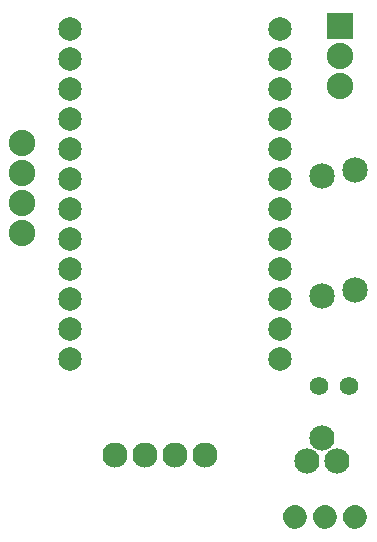
<source format=gts>
G04 MADE WITH FRITZING*
G04 WWW.FRITZING.ORG*
G04 DOUBLE SIDED*
G04 HOLES PLATED*
G04 CONTOUR ON CENTER OF CONTOUR VECTOR*
%ASAXBY*%
%FSLAX23Y23*%
%MOIN*%
%OFA0B0*%
%SFA1.0B1.0*%
%ADD10C,0.085000*%
%ADD11C,0.078583*%
%ADD12C,0.078556*%
%ADD13C,0.088000*%
%ADD14C,0.083889*%
%ADD15C,0.084000*%
%ADD16C,0.061496*%
%ADD17R,0.088000X0.088000*%
%ADD18C,0.030000*%
%ADD19R,0.001000X0.001000*%
%LNMASK1*%
G90*
G70*
G54D10*
X1190Y1310D03*
X1190Y910D03*
X1080Y890D03*
X1080Y1290D03*
G54D11*
X940Y880D03*
X940Y980D03*
X940Y780D03*
X940Y680D03*
X940Y1080D03*
X940Y1180D03*
X940Y1280D03*
X940Y1380D03*
X940Y1480D03*
X940Y1580D03*
X940Y1680D03*
X940Y1780D03*
G54D12*
X240Y980D03*
X240Y880D03*
X240Y780D03*
X240Y680D03*
X240Y1080D03*
X240Y1180D03*
X240Y1280D03*
X240Y1380D03*
X240Y1580D03*
X240Y1480D03*
X240Y1680D03*
X240Y1780D03*
G54D13*
X1140Y1790D03*
X1140Y1690D03*
X1140Y1590D03*
X80Y1100D03*
X80Y1200D03*
X80Y1300D03*
X80Y1400D03*
G54D14*
X690Y360D03*
X590Y360D03*
X490Y360D03*
X390Y360D03*
G54D15*
X1030Y340D03*
X1080Y415D03*
X1130Y340D03*
X1030Y340D03*
X1080Y415D03*
X1130Y340D03*
G54D16*
X1070Y590D03*
X1170Y590D03*
X1070Y590D03*
X1170Y590D03*
G54D17*
X1140Y1790D03*
G54D18*
G36*
X51Y1071D02*
X51Y1129D01*
X109Y1129D01*
X109Y1071D01*
X51Y1071D01*
G37*
D02*
G54D19*
X984Y191D02*
X994Y191D01*
X1084Y191D02*
X1094Y191D01*
X1184Y191D02*
X1194Y191D01*
X980Y190D02*
X998Y190D01*
X1080Y190D02*
X1098Y190D01*
X1179Y190D02*
X1198Y190D01*
X977Y189D02*
X1001Y189D01*
X1077Y189D02*
X1101Y189D01*
X1177Y189D02*
X1201Y189D01*
X974Y188D02*
X1003Y188D01*
X1074Y188D02*
X1103Y188D01*
X1174Y188D02*
X1203Y188D01*
X972Y187D02*
X1005Y187D01*
X1072Y187D02*
X1105Y187D01*
X1172Y187D02*
X1205Y187D01*
X971Y186D02*
X1007Y186D01*
X1071Y186D02*
X1107Y186D01*
X1171Y186D02*
X1207Y186D01*
X969Y185D02*
X1009Y185D01*
X1069Y185D02*
X1109Y185D01*
X1169Y185D02*
X1209Y185D01*
X968Y184D02*
X1010Y184D01*
X1068Y184D02*
X1110Y184D01*
X1168Y184D02*
X1210Y184D01*
X966Y183D02*
X1011Y183D01*
X1066Y183D02*
X1111Y183D01*
X1166Y183D02*
X1211Y183D01*
X965Y182D02*
X1013Y182D01*
X1065Y182D02*
X1113Y182D01*
X1165Y182D02*
X1213Y182D01*
X964Y181D02*
X1014Y181D01*
X1064Y181D02*
X1114Y181D01*
X1164Y181D02*
X1214Y181D01*
X963Y180D02*
X1015Y180D01*
X1063Y180D02*
X1115Y180D01*
X1163Y180D02*
X1215Y180D01*
X962Y179D02*
X1016Y179D01*
X1062Y179D02*
X1116Y179D01*
X1162Y179D02*
X1216Y179D01*
X961Y178D02*
X1017Y178D01*
X1061Y178D02*
X1117Y178D01*
X1161Y178D02*
X1217Y178D01*
X960Y177D02*
X1018Y177D01*
X1060Y177D02*
X1118Y177D01*
X1160Y177D02*
X1218Y177D01*
X959Y176D02*
X1019Y176D01*
X1059Y176D02*
X1119Y176D01*
X1159Y176D02*
X1219Y176D01*
X958Y175D02*
X1019Y175D01*
X1058Y175D02*
X1119Y175D01*
X1158Y175D02*
X1219Y175D01*
X957Y174D02*
X1020Y174D01*
X1057Y174D02*
X1120Y174D01*
X1157Y174D02*
X1220Y174D01*
X957Y173D02*
X1021Y173D01*
X1057Y173D02*
X1121Y173D01*
X1157Y173D02*
X1221Y173D01*
X956Y172D02*
X1022Y172D01*
X1056Y172D02*
X1122Y172D01*
X1156Y172D02*
X1222Y172D01*
X955Y171D02*
X1022Y171D01*
X1055Y171D02*
X1122Y171D01*
X1155Y171D02*
X1222Y171D01*
X955Y170D02*
X1023Y170D01*
X1055Y170D02*
X1123Y170D01*
X1155Y170D02*
X1223Y170D01*
X954Y169D02*
X1024Y169D01*
X1054Y169D02*
X1123Y169D01*
X1154Y169D02*
X1223Y169D01*
X954Y168D02*
X1024Y168D01*
X1054Y168D02*
X1124Y168D01*
X1154Y168D02*
X1224Y168D01*
X953Y167D02*
X1025Y167D01*
X1053Y167D02*
X1125Y167D01*
X1153Y167D02*
X1224Y167D01*
X953Y166D02*
X1025Y166D01*
X1053Y166D02*
X1125Y166D01*
X1153Y166D02*
X1225Y166D01*
X952Y165D02*
X1025Y165D01*
X1052Y165D02*
X1125Y165D01*
X1152Y165D02*
X1225Y165D01*
X952Y164D02*
X1026Y164D01*
X1052Y164D02*
X1126Y164D01*
X1152Y164D02*
X1226Y164D01*
X951Y163D02*
X1026Y163D01*
X1051Y163D02*
X1126Y163D01*
X1151Y163D02*
X1226Y163D01*
X951Y162D02*
X1027Y162D01*
X1051Y162D02*
X1127Y162D01*
X1151Y162D02*
X1227Y162D01*
X951Y161D02*
X1027Y161D01*
X1051Y161D02*
X1127Y161D01*
X1151Y161D02*
X1227Y161D01*
X951Y160D02*
X1027Y160D01*
X1051Y160D02*
X1127Y160D01*
X1150Y160D02*
X1227Y160D01*
X950Y159D02*
X1027Y159D01*
X1050Y159D02*
X1127Y159D01*
X1150Y159D02*
X1227Y159D01*
X950Y158D02*
X1028Y158D01*
X1050Y158D02*
X1128Y158D01*
X1150Y158D02*
X1228Y158D01*
X950Y157D02*
X1028Y157D01*
X1050Y157D02*
X1128Y157D01*
X1150Y157D02*
X1228Y157D01*
X950Y156D02*
X1028Y156D01*
X1050Y156D02*
X1128Y156D01*
X1150Y156D02*
X1228Y156D01*
X950Y155D02*
X1028Y155D01*
X1050Y155D02*
X1128Y155D01*
X1150Y155D02*
X1228Y155D01*
X950Y154D02*
X1028Y154D01*
X1049Y154D02*
X1128Y154D01*
X1149Y154D02*
X1228Y154D01*
X949Y153D02*
X1028Y153D01*
X1049Y153D02*
X1128Y153D01*
X1149Y153D02*
X1228Y153D01*
X949Y152D02*
X1028Y152D01*
X1049Y152D02*
X1128Y152D01*
X1149Y152D02*
X1228Y152D01*
X949Y151D02*
X1028Y151D01*
X1049Y151D02*
X1128Y151D01*
X1149Y151D02*
X1228Y151D01*
X949Y150D02*
X1028Y150D01*
X1049Y150D02*
X1128Y150D01*
X1149Y150D02*
X1228Y150D01*
X950Y149D02*
X1028Y149D01*
X1050Y149D02*
X1128Y149D01*
X1149Y149D02*
X1228Y149D01*
X950Y148D02*
X1028Y148D01*
X1050Y148D02*
X1128Y148D01*
X1150Y148D02*
X1228Y148D01*
X950Y147D02*
X1028Y147D01*
X1050Y147D02*
X1128Y147D01*
X1150Y147D02*
X1228Y147D01*
X950Y146D02*
X1028Y146D01*
X1050Y146D02*
X1128Y146D01*
X1150Y146D02*
X1228Y146D01*
X950Y145D02*
X1028Y145D01*
X1050Y145D02*
X1128Y145D01*
X1150Y145D02*
X1228Y145D01*
X950Y144D02*
X1027Y144D01*
X1050Y144D02*
X1127Y144D01*
X1150Y144D02*
X1227Y144D01*
X951Y143D02*
X1027Y143D01*
X1051Y143D02*
X1127Y143D01*
X1151Y143D02*
X1227Y143D01*
X951Y142D02*
X1027Y142D01*
X1051Y142D02*
X1127Y142D01*
X1151Y142D02*
X1227Y142D01*
X951Y141D02*
X1027Y141D01*
X1051Y141D02*
X1126Y141D01*
X1151Y141D02*
X1226Y141D01*
X952Y140D02*
X1026Y140D01*
X1052Y140D02*
X1126Y140D01*
X1151Y140D02*
X1226Y140D01*
X952Y139D02*
X1026Y139D01*
X1052Y139D02*
X1126Y139D01*
X1152Y139D02*
X1226Y139D01*
X952Y138D02*
X1025Y138D01*
X1052Y138D02*
X1125Y138D01*
X1152Y138D02*
X1225Y138D01*
X953Y137D02*
X1025Y137D01*
X1053Y137D02*
X1125Y137D01*
X1153Y137D02*
X1225Y137D01*
X953Y136D02*
X1024Y136D01*
X1053Y136D02*
X1124Y136D01*
X1153Y136D02*
X1224Y136D01*
X954Y135D02*
X1024Y135D01*
X1054Y135D02*
X1124Y135D01*
X1154Y135D02*
X1224Y135D01*
X954Y134D02*
X1023Y134D01*
X1054Y134D02*
X1123Y134D01*
X1154Y134D02*
X1223Y134D01*
X955Y133D02*
X1023Y133D01*
X1055Y133D02*
X1123Y133D01*
X1155Y133D02*
X1223Y133D01*
X956Y132D02*
X1022Y132D01*
X1056Y132D02*
X1122Y132D01*
X1155Y132D02*
X1222Y132D01*
X956Y131D02*
X1022Y131D01*
X1056Y131D02*
X1121Y131D01*
X1156Y131D02*
X1221Y131D01*
X957Y130D02*
X1021Y130D01*
X1057Y130D02*
X1121Y130D01*
X1157Y130D02*
X1221Y130D01*
X958Y129D02*
X1020Y129D01*
X1058Y129D02*
X1120Y129D01*
X1158Y129D02*
X1220Y129D01*
X958Y128D02*
X1019Y128D01*
X1058Y128D02*
X1119Y128D01*
X1158Y128D02*
X1219Y128D01*
X959Y127D02*
X1019Y127D01*
X1059Y127D02*
X1118Y127D01*
X1159Y127D02*
X1218Y127D01*
X960Y126D02*
X1018Y126D01*
X1060Y126D02*
X1118Y126D01*
X1160Y126D02*
X1218Y126D01*
X961Y125D02*
X1017Y125D01*
X1061Y125D02*
X1117Y125D01*
X1161Y125D02*
X1217Y125D01*
X962Y124D02*
X1016Y124D01*
X1062Y124D02*
X1116Y124D01*
X1162Y124D02*
X1216Y124D01*
X963Y123D02*
X1015Y123D01*
X1063Y123D02*
X1115Y123D01*
X1163Y123D02*
X1215Y123D01*
X964Y122D02*
X1014Y122D01*
X1064Y122D02*
X1114Y122D01*
X1164Y122D02*
X1214Y122D01*
X965Y121D02*
X1012Y121D01*
X1065Y121D02*
X1112Y121D01*
X1165Y121D02*
X1212Y121D01*
X967Y120D02*
X1011Y120D01*
X1067Y120D02*
X1111Y120D01*
X1167Y120D02*
X1211Y120D01*
X968Y119D02*
X1010Y119D01*
X1068Y119D02*
X1110Y119D01*
X1168Y119D02*
X1210Y119D01*
X969Y118D02*
X1008Y118D01*
X1069Y118D02*
X1108Y118D01*
X1169Y118D02*
X1208Y118D01*
X971Y117D02*
X1007Y117D01*
X1071Y117D02*
X1107Y117D01*
X1171Y117D02*
X1207Y117D01*
X973Y116D02*
X1005Y116D01*
X1073Y116D02*
X1105Y116D01*
X1173Y116D02*
X1205Y116D01*
X975Y115D02*
X1003Y115D01*
X1075Y115D02*
X1103Y115D01*
X1175Y115D02*
X1203Y115D01*
X977Y114D02*
X1000Y114D01*
X1077Y114D02*
X1100Y114D01*
X1177Y114D02*
X1200Y114D01*
X980Y113D02*
X997Y113D01*
X1080Y113D02*
X1097Y113D01*
X1180Y113D02*
X1197Y113D01*
X985Y112D02*
X993Y112D01*
X1085Y112D02*
X1093Y112D01*
X1185Y112D02*
X1193Y112D01*
D02*
G04 End of Mask1*
M02*
</source>
